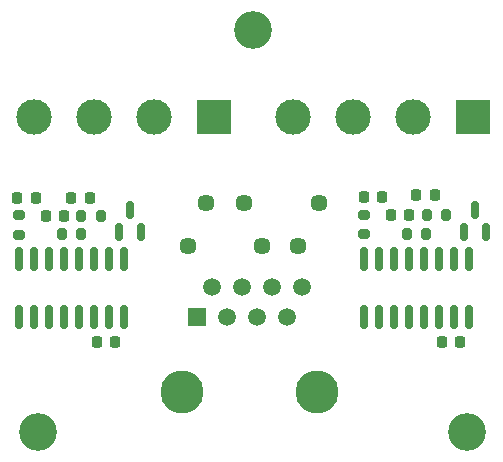
<source format=gts>
G04 #@! TF.GenerationSoftware,KiCad,Pcbnew,(6.0.0)*
G04 #@! TF.CreationDate,2022-08-05T10:14:30-07:00*
G04 #@! TF.ProjectId,strain_guage,73747261-696e-45f6-9775-6167652e6b69,rev?*
G04 #@! TF.SameCoordinates,Original*
G04 #@! TF.FileFunction,Soldermask,Top*
G04 #@! TF.FilePolarity,Negative*
%FSLAX46Y46*%
G04 Gerber Fmt 4.6, Leading zero omitted, Abs format (unit mm)*
G04 Created by KiCad (PCBNEW (6.0.0)) date 2022-08-05 10:14:30*
%MOMM*%
%LPD*%
G01*
G04 APERTURE LIST*
G04 Aperture macros list*
%AMRoundRect*
0 Rectangle with rounded corners*
0 $1 Rounding radius*
0 $2 $3 $4 $5 $6 $7 $8 $9 X,Y pos of 4 corners*
0 Add a 4 corners polygon primitive as box body*
4,1,4,$2,$3,$4,$5,$6,$7,$8,$9,$2,$3,0*
0 Add four circle primitives for the rounded corners*
1,1,$1+$1,$2,$3*
1,1,$1+$1,$4,$5*
1,1,$1+$1,$6,$7*
1,1,$1+$1,$8,$9*
0 Add four rect primitives between the rounded corners*
20,1,$1+$1,$2,$3,$4,$5,0*
20,1,$1+$1,$4,$5,$6,$7,0*
20,1,$1+$1,$6,$7,$8,$9,0*
20,1,$1+$1,$8,$9,$2,$3,0*%
G04 Aperture macros list end*
%ADD10C,1.451000*%
%ADD11RoundRect,0.150000X-0.150000X0.825000X-0.150000X-0.825000X0.150000X-0.825000X0.150000X0.825000X0*%
%ADD12RoundRect,0.225000X0.225000X0.250000X-0.225000X0.250000X-0.225000X-0.250000X0.225000X-0.250000X0*%
%ADD13RoundRect,0.200000X-0.275000X0.200000X-0.275000X-0.200000X0.275000X-0.200000X0.275000X0.200000X0*%
%ADD14RoundRect,0.200000X0.200000X0.275000X-0.200000X0.275000X-0.200000X-0.275000X0.200000X-0.275000X0*%
%ADD15RoundRect,0.225000X-0.225000X-0.250000X0.225000X-0.250000X0.225000X0.250000X-0.225000X0.250000X0*%
%ADD16C,3.200000*%
%ADD17RoundRect,0.150000X0.150000X-0.587500X0.150000X0.587500X-0.150000X0.587500X-0.150000X-0.587500X0*%
%ADD18R,3.000000X3.000000*%
%ADD19C,3.000000*%
%ADD20C,3.650000*%
%ADD21R,1.500000X1.500000*%
%ADD22C,1.500000*%
G04 APERTURE END LIST*
D10*
X122936000Y-134366000D03*
D11*
X106426000Y-139130000D03*
X105156000Y-139130000D03*
X103886000Y-139130000D03*
X102616000Y-139130000D03*
X101346000Y-139130000D03*
X100076000Y-139130000D03*
X98806000Y-139130000D03*
X97536000Y-139130000D03*
X97536000Y-144080000D03*
X98806000Y-144080000D03*
X100076000Y-144080000D03*
X101346000Y-144080000D03*
X102616000Y-144080000D03*
X103886000Y-144080000D03*
X105156000Y-144080000D03*
X106426000Y-144080000D03*
D12*
X134887000Y-146177000D03*
X133337000Y-146177000D03*
D11*
X135636000Y-139130000D03*
X134366000Y-139130000D03*
X133096000Y-139130000D03*
X131826000Y-139130000D03*
X130556000Y-139130000D03*
X129286000Y-139130000D03*
X128016000Y-139130000D03*
X126746000Y-139130000D03*
X126746000Y-144080000D03*
X128016000Y-144080000D03*
X129286000Y-144080000D03*
X130556000Y-144080000D03*
X131826000Y-144080000D03*
X133096000Y-144080000D03*
X134366000Y-144080000D03*
X135636000Y-144080000D03*
D13*
X97536000Y-135446000D03*
X97536000Y-137096000D03*
D12*
X105677000Y-146177000D03*
X104127000Y-146177000D03*
D14*
X102806000Y-137033000D03*
X101156000Y-137033000D03*
D15*
X97396000Y-133985000D03*
X98946000Y-133985000D03*
D12*
X132728000Y-133731000D03*
X131178000Y-133731000D03*
D10*
X113411000Y-134366000D03*
D15*
X126720000Y-133858000D03*
X128270000Y-133858000D03*
D12*
X101359000Y-135509000D03*
X99809000Y-135509000D03*
D16*
X99187000Y-153797000D03*
D12*
X103518000Y-133985000D03*
X101968000Y-133985000D03*
D17*
X135194000Y-136827500D03*
X137094000Y-136827500D03*
X136144000Y-134952500D03*
D18*
X114046000Y-127127000D03*
D19*
X108966000Y-127127000D03*
X103886000Y-127127000D03*
X98806000Y-127127000D03*
D10*
X111887000Y-138049000D03*
D14*
X132016000Y-137033000D03*
X130366000Y-137033000D03*
D18*
X136017000Y-127127000D03*
D19*
X130937000Y-127127000D03*
X125857000Y-127127000D03*
X120777000Y-127127000D03*
D10*
X116586000Y-134366000D03*
D17*
X105984000Y-136827500D03*
X107884000Y-136827500D03*
X106934000Y-134952500D03*
D14*
X133730000Y-135382000D03*
X132080000Y-135382000D03*
D10*
X118110000Y-138049000D03*
D20*
X111369500Y-150360000D03*
X122799500Y-150360000D03*
D21*
X112639500Y-144010000D03*
D22*
X113909500Y-141470000D03*
X115179500Y-144010000D03*
X116449500Y-141470000D03*
X117719500Y-144010000D03*
X118989500Y-141470000D03*
X120259500Y-144010000D03*
X121529500Y-141470000D03*
D14*
X104457000Y-135509000D03*
X102807000Y-135509000D03*
D10*
X121158000Y-138049000D03*
D16*
X135509000Y-153797000D03*
D12*
X130569000Y-135382000D03*
X129019000Y-135382000D03*
D16*
X117348000Y-119761000D03*
D13*
X126746000Y-135383000D03*
X126746000Y-137033000D03*
M02*

</source>
